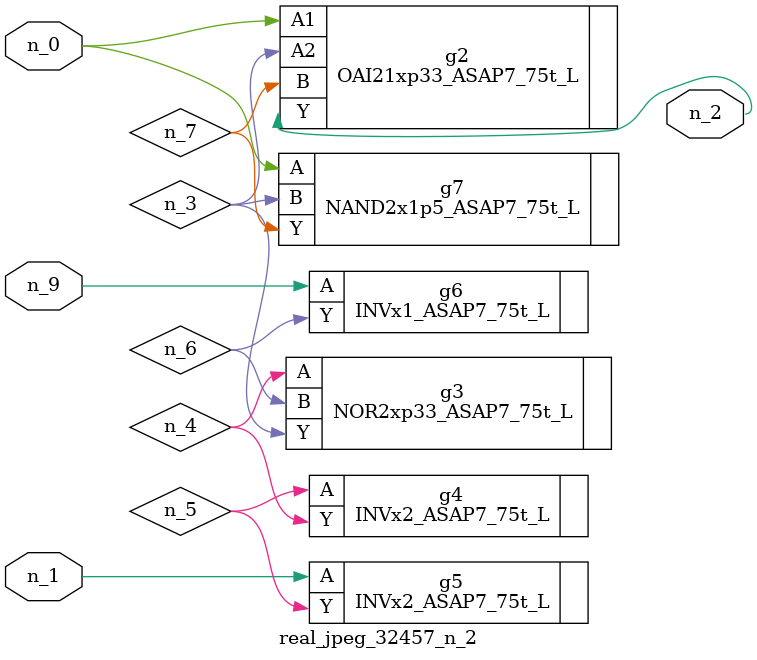
<source format=v>
module real_jpeg_32457_n_2 (n_1, n_0, n_9, n_2);

input n_1;
input n_0;
input n_9;

output n_2;

wire n_5;
wire n_4;
wire n_6;
wire n_7;
wire n_3;

OAI21xp33_ASAP7_75t_L g2 ( 
.A1(n_0),
.A2(n_3),
.B(n_7),
.Y(n_2)
);

NAND2x1p5_ASAP7_75t_L g7 ( 
.A(n_0),
.B(n_3),
.Y(n_7)
);

INVx2_ASAP7_75t_L g5 ( 
.A(n_1),
.Y(n_5)
);

NOR2xp33_ASAP7_75t_L g3 ( 
.A(n_4),
.B(n_6),
.Y(n_3)
);

INVx2_ASAP7_75t_L g4 ( 
.A(n_5),
.Y(n_4)
);

INVx1_ASAP7_75t_L g6 ( 
.A(n_9),
.Y(n_6)
);


endmodule
</source>
